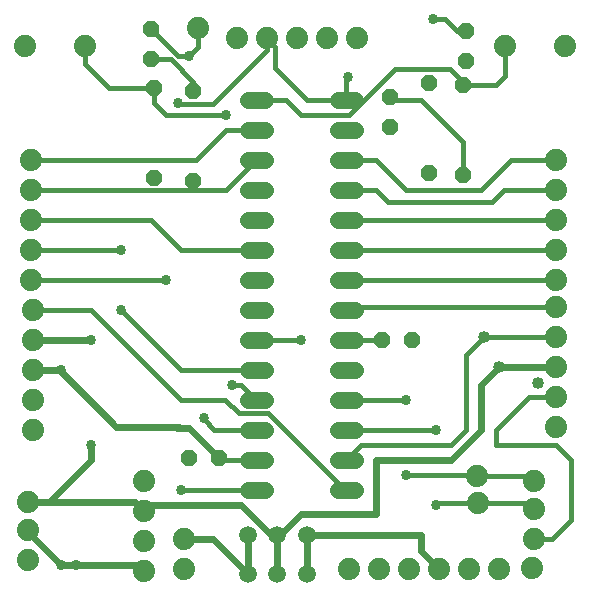
<source format=gbr>
G04 EAGLE Gerber RS-274X export*
G75*
%MOMM*%
%FSLAX34Y34*%
%LPD*%
%INTop Copper*%
%IPPOS*%
%AMOC8*
5,1,8,0,0,1.08239X$1,22.5*%
G01*
%ADD10P,1.539592X8X292.500000*%
%ADD11P,1.539592X8X202.500000*%
%ADD12P,1.539592X8X22.500000*%
%ADD13P,1.539592X8X112.500000*%
%ADD14C,1.422400*%
%ADD15C,1.879600*%
%ADD16C,1.509600*%
%ADD17C,0.609600*%
%ADD18C,0.858000*%
%ADD19C,1.016000*%
%ADD20C,0.406400*%


D10*
X328930Y421640D03*
X328930Y396240D03*
D11*
X184150Y115570D03*
X158750Y115570D03*
D12*
X322580Y215900D03*
X347980Y215900D03*
D10*
X393700Y477520D03*
X393700Y452120D03*
X127000Y478790D03*
X127000Y453390D03*
D13*
X361950Y356870D03*
X361950Y433070D03*
X162560Y350520D03*
X162560Y426720D03*
D10*
X391160Y431800D03*
X391160Y355600D03*
X129540Y429260D03*
X129540Y353060D03*
D14*
X208788Y419100D02*
X223012Y419100D01*
X223012Y393700D02*
X208788Y393700D01*
X208788Y368300D02*
X223012Y368300D01*
X223012Y342900D02*
X208788Y342900D01*
X208788Y317500D02*
X223012Y317500D01*
X223012Y292100D02*
X208788Y292100D01*
X208788Y266700D02*
X223012Y266700D01*
X223012Y241300D02*
X208788Y241300D01*
X208788Y215900D02*
X223012Y215900D01*
X223012Y190500D02*
X208788Y190500D01*
X208788Y165100D02*
X223012Y165100D01*
X223012Y139700D02*
X208788Y139700D01*
X208788Y114300D02*
X223012Y114300D01*
X223012Y88900D02*
X208788Y88900D01*
X284988Y88900D02*
X299212Y88900D01*
X299212Y114300D02*
X284988Y114300D01*
X284988Y139700D02*
X299212Y139700D01*
X299212Y165100D02*
X284988Y165100D01*
X284988Y190500D02*
X299212Y190500D01*
X299212Y215900D02*
X284988Y215900D01*
X284988Y241300D02*
X299212Y241300D01*
X299212Y266700D02*
X284988Y266700D01*
X284988Y292100D02*
X299212Y292100D01*
X299212Y317500D02*
X284988Y317500D01*
X284988Y342900D02*
X299212Y342900D01*
X299212Y368300D02*
X284988Y368300D01*
X284988Y393700D02*
X299212Y393700D01*
X299212Y419100D02*
X284988Y419100D01*
D15*
X402590Y100330D03*
X403860Y77470D03*
X469900Y368300D03*
X469900Y342900D03*
X469900Y317500D03*
X469900Y292100D03*
X469900Y266700D03*
X469900Y243840D03*
X469900Y218440D03*
X469900Y193040D03*
X469900Y167640D03*
X469900Y142240D03*
X26670Y241300D03*
X26670Y215900D03*
X26670Y190500D03*
X26670Y165100D03*
X26670Y139700D03*
X25400Y368300D03*
X25400Y342900D03*
X25400Y317500D03*
X25400Y292100D03*
X25400Y266700D03*
X22860Y78740D03*
X22860Y54610D03*
X22860Y29210D03*
X154940Y21590D03*
X154940Y46990D03*
D16*
X208680Y50790D03*
X233680Y50790D03*
X258680Y50790D03*
X258680Y17790D03*
X233680Y17790D03*
X208680Y17790D03*
D15*
X120650Y20320D03*
X120650Y45720D03*
X120650Y71120D03*
X120650Y96520D03*
X421640Y21590D03*
X396240Y21590D03*
X370840Y21590D03*
X345440Y21590D03*
X320040Y21590D03*
X294640Y21590D03*
X199390Y471170D03*
X224790Y471170D03*
X250190Y471170D03*
X275590Y471170D03*
X300990Y471170D03*
X450850Y96520D03*
X449580Y22860D03*
X450850Y46990D03*
X450850Y72390D03*
X426720Y464820D03*
X477520Y464820D03*
X71120Y464820D03*
X20320Y464820D03*
D17*
X208680Y50790D02*
X208680Y17790D01*
X179480Y46990D02*
X154940Y46990D01*
X179480Y46990D02*
X208680Y17790D01*
X233680Y17790D02*
X233680Y50790D01*
X120650Y71120D02*
X120650Y76200D01*
X228610Y50790D02*
X233680Y50790D01*
X228610Y50790D02*
X203200Y76200D01*
X120650Y76200D01*
X233680Y50790D02*
X236210Y50790D01*
X254000Y68580D02*
X317500Y68580D01*
X254000Y68580D02*
X236210Y50790D01*
X317500Y68580D02*
X317500Y114300D01*
X381000Y114300D01*
X406400Y139700D01*
X406400Y177800D01*
X421640Y193040D01*
X469900Y193040D01*
X120650Y71120D02*
X113030Y78740D01*
X22860Y78740D01*
X26670Y215900D02*
X76200Y215900D01*
D18*
X76200Y215900D03*
X76200Y127000D03*
D17*
X76200Y114300D01*
X40640Y78740D01*
X22860Y78740D01*
D19*
X421640Y193040D03*
D20*
X215900Y114300D02*
X185420Y114300D01*
X184150Y115570D01*
X292100Y419100D02*
X292100Y436880D01*
X293370Y438150D01*
X365760Y487680D02*
X375920Y487680D01*
X386080Y477520D01*
X393700Y477520D01*
X331470Y419100D02*
X328930Y421640D01*
X331470Y419100D02*
X355600Y419100D01*
X391160Y383540D01*
X391160Y355600D01*
X450850Y46990D02*
X466090Y46990D01*
X482600Y63500D02*
X482600Y114300D01*
X469900Y127000D01*
X419100Y127000D01*
X419100Y139700D01*
X447040Y167640D01*
X469900Y167640D01*
X482600Y63500D02*
X466090Y46990D01*
D18*
X365760Y487680D03*
D17*
X115570Y25400D02*
X120650Y20320D01*
X115570Y25400D02*
X63500Y25400D01*
X50800Y25400D01*
D18*
X63500Y25400D03*
X50800Y25400D03*
X50800Y190500D03*
D17*
X26670Y190500D01*
X22860Y53340D02*
X50800Y25400D01*
X22860Y53340D02*
X22860Y54610D01*
X158750Y140970D02*
X184150Y115570D01*
X158750Y140970D02*
X149155Y140970D01*
X150679Y142494D01*
X97536Y142494D01*
X49530Y190500D01*
X50800Y190500D01*
D18*
X293370Y438150D03*
D20*
X224790Y461010D02*
X224790Y471170D01*
X224790Y461010D02*
X179070Y415290D01*
X151130Y415290D01*
X149860Y416560D01*
D18*
X149860Y416560D03*
D20*
X231870Y445770D02*
X258540Y419100D01*
X292100Y419100D01*
X231870Y464090D02*
X224790Y471170D01*
X231870Y464090D02*
X231870Y445770D01*
D19*
X454660Y179070D03*
D17*
X258680Y50790D02*
X258680Y17790D01*
X355600Y36830D02*
X370840Y21590D01*
X355600Y36830D02*
X355600Y50800D01*
X258690Y50800D01*
X258680Y50790D01*
D20*
X292100Y215900D02*
X322580Y215900D01*
X426720Y439420D02*
X426720Y464820D01*
X426720Y439420D02*
X419100Y431800D01*
X391160Y431800D01*
X241300Y419100D02*
X215900Y419100D01*
X241300Y419100D02*
X254000Y406400D01*
X294423Y406400D02*
X333511Y445488D01*
X380012Y445488D01*
X393700Y431800D01*
X294423Y406400D02*
X254000Y406400D01*
X215900Y139700D02*
X180340Y139700D01*
X171450Y148590D01*
X171450Y149860D01*
D18*
X171450Y149860D03*
X158750Y455930D03*
D20*
X149860Y455930D01*
X127000Y478790D01*
D15*
X166370Y480060D03*
D20*
X166370Y463550D02*
X158750Y455930D01*
X166370Y463550D02*
X166370Y480060D01*
X143510Y453390D02*
X127000Y453390D01*
X162560Y434340D02*
X162560Y426720D01*
X162560Y434340D02*
X143510Y453390D01*
X71120Y449580D02*
X71120Y464820D01*
X91440Y429260D02*
X129540Y429260D01*
X91440Y429260D02*
X71120Y449580D01*
X203200Y177800D02*
X215900Y165100D01*
X203200Y177800D02*
X195580Y177800D01*
D18*
X195580Y177800D03*
X190500Y406400D03*
D20*
X139700Y406400D01*
X129540Y416560D01*
X129540Y429260D01*
X292100Y139700D02*
X368300Y139700D01*
D18*
X368300Y139700D03*
X368300Y76200D03*
D20*
X369570Y77470D01*
X403860Y77470D01*
X445770Y77470D01*
X450850Y72390D01*
X342900Y165100D02*
X292100Y165100D01*
D18*
X342900Y165100D03*
X342900Y101600D03*
D20*
X401320Y101600D01*
X402590Y100330D01*
X447040Y100330D01*
X450850Y96520D01*
X254000Y215900D02*
X215900Y215900D01*
D18*
X254000Y215900D03*
D20*
X215900Y393700D02*
X190500Y393700D01*
X165100Y368300D01*
X25400Y368300D01*
X190500Y342900D02*
X215900Y368300D01*
X190500Y342900D02*
X25400Y342900D01*
X152400Y292100D02*
X215900Y292100D01*
X152400Y292100D02*
X127000Y317500D01*
X25400Y317500D01*
X152400Y190500D02*
X215900Y190500D01*
X152400Y190500D02*
X101600Y241300D01*
X101600Y292100D02*
X25400Y292100D01*
D18*
X101600Y241300D03*
X101600Y292100D03*
D20*
X152400Y88900D02*
X215900Y88900D01*
D18*
X152400Y88900D03*
X139700Y266700D03*
X139700Y266700D03*
D20*
X25400Y266700D01*
X292100Y368300D02*
X317500Y368300D01*
X342900Y342900D01*
X431800Y368300D02*
X469900Y368300D01*
X431800Y368300D02*
X406400Y342900D01*
X342900Y342900D01*
X317500Y342900D02*
X292100Y342900D01*
X317500Y342900D02*
X327660Y332740D01*
X415290Y332740D02*
X425450Y342900D01*
X469900Y342900D01*
X415290Y332740D02*
X327660Y332740D01*
X292100Y317500D02*
X469900Y317500D01*
X469900Y292100D02*
X292100Y292100D01*
X292100Y266700D02*
X469900Y266700D01*
X294640Y243840D02*
X292100Y241300D01*
X294640Y243840D02*
X469900Y243840D01*
D19*
X469900Y243840D03*
D20*
X304800Y127000D02*
X292100Y114300D01*
X381000Y127000D02*
X393700Y139700D01*
X393700Y203200D01*
X408940Y218440D01*
X469900Y218440D01*
X381000Y127000D02*
X304800Y127000D01*
D19*
X408940Y218440D03*
D20*
X292100Y88900D02*
X290830Y88900D01*
X226060Y153670D01*
X189848Y165100D02*
X152400Y165100D01*
X201278Y153670D02*
X226060Y153670D01*
X201278Y153670D02*
X189848Y165100D01*
X152400Y165100D02*
X76200Y241300D01*
X26670Y241300D01*
M02*

</source>
